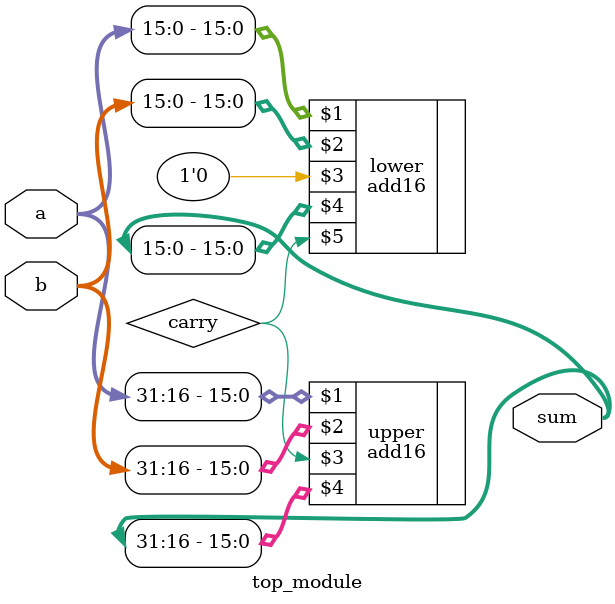
<source format=v>
module top_module(
    input [31:0] a,
    input [31:0] b,
    output [31:0] sum
);
    wire carry;
    add16 lower ( a[15:0], b[15:0], 1'b0, sum[15:0], carry);
    add16 upper ( a[31:16], b[31:16], carry, sum[31:16]);

endmodule

</source>
